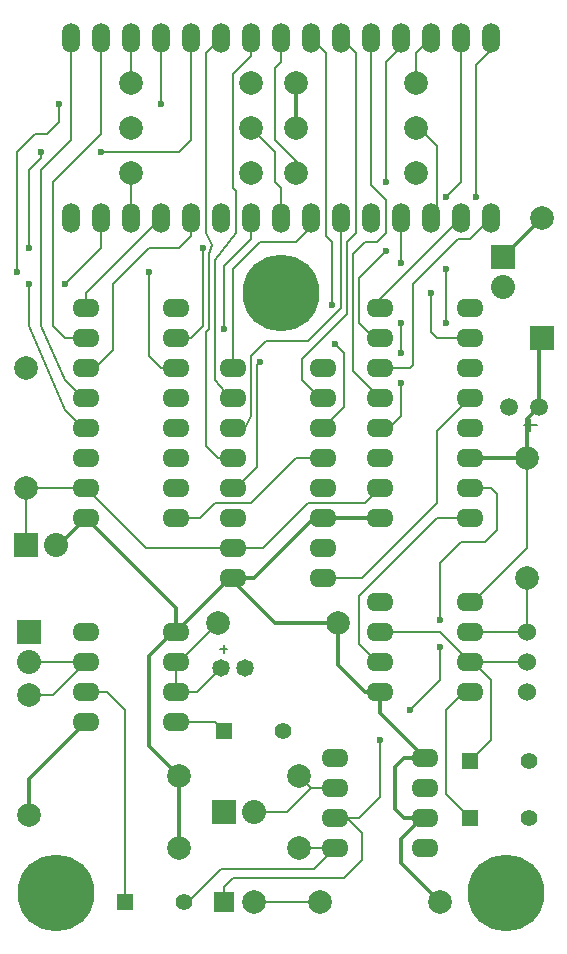
<source format=gtl>
G04 #@! TF.FileFunction,Copper,L1,Top,Signal*
%FSLAX46Y46*%
G04 Gerber Fmt 4.6, Leading zero omitted, Abs format (unit mm)*
G04 Created by KiCad (PCBNEW (2015-04-30 BZR 5634)-product) date Mon 22 Jun 2015 08:21:25 PM CEST*
%MOMM*%
G01*
G04 APERTURE LIST*
%ADD10C,0.100000*%
%ADD11C,0.150000*%
%ADD12O,1.524000X2.524000*%
%ADD13R,2.032000X2.032000*%
%ADD14O,2.032000X2.032000*%
%ADD15C,1.501140*%
%ADD16R,1.400000X1.400000*%
%ADD17C,1.400000*%
%ADD18C,1.480820*%
%ADD19C,1.998980*%
%ADD20R,1.998980X1.998980*%
%ADD21O,2.300000X1.600000*%
%ADD22R,1.699260X1.699260*%
%ADD23C,1.524000*%
%ADD24C,6.500000*%
%ADD25C,0.600000*%
%ADD26C,0.200000*%
%ADD27C,0.300000*%
G04 APERTURE END LIST*
D10*
D11*
X102920800Y-96266000D02*
X101854000Y-96266000D01*
X102362000Y-96774000D02*
X102362000Y-95732600D01*
X76415900Y-115239800D02*
X76415900Y-115539520D01*
X76415900Y-115239800D02*
X76715620Y-115239800D01*
X76116180Y-115239800D02*
X76415900Y-115239800D01*
X76415900Y-115239800D02*
X76415900Y-114940080D01*
D12*
X99060000Y-78740000D03*
X96520000Y-78740000D03*
X93980000Y-78740000D03*
X91440000Y-78740000D03*
X88900000Y-78740000D03*
X88900000Y-63500000D03*
X91440000Y-63500000D03*
X93980000Y-63500000D03*
X96520000Y-63500000D03*
X99060000Y-63500000D03*
X86360000Y-78740000D03*
X83820000Y-78740000D03*
X81280000Y-78740000D03*
X78740000Y-78740000D03*
X76200000Y-78740000D03*
X76200000Y-63500000D03*
X78740000Y-63500000D03*
X81280000Y-63500000D03*
X83820000Y-63500000D03*
X86360000Y-63500000D03*
X73660000Y-78740000D03*
X71120000Y-78740000D03*
X68580000Y-78740000D03*
X66040000Y-78740000D03*
X63500000Y-78740000D03*
X63500000Y-63500000D03*
X66040000Y-63500000D03*
X68580000Y-63500000D03*
X71120000Y-63500000D03*
X73660000Y-63500000D03*
D13*
X100076000Y-82042000D03*
D14*
X100076000Y-84582000D03*
D15*
X100584000Y-94742000D03*
X103124000Y-94742000D03*
D16*
X97282000Y-124714000D03*
D17*
X102282000Y-124714000D03*
D16*
X97282000Y-129540000D03*
D17*
X102282000Y-129540000D03*
D16*
X68072000Y-136652000D03*
D17*
X73072000Y-136652000D03*
D18*
X76215240Y-116840000D03*
X78216760Y-116840000D03*
D16*
X76454000Y-122174000D03*
D17*
X81454000Y-122174000D03*
D19*
X103375460Y-78740000D03*
D20*
X103375460Y-88900000D03*
D21*
X97282000Y-104140000D03*
X97282000Y-101600000D03*
X97282000Y-99060000D03*
X97282000Y-96520000D03*
X97282000Y-93980000D03*
X97282000Y-91440000D03*
X97282000Y-88900000D03*
X97282000Y-86360000D03*
X89662000Y-86360000D03*
X89662000Y-88900000D03*
X89662000Y-91440000D03*
X89662000Y-93980000D03*
X89662000Y-96520000D03*
X89662000Y-99060000D03*
X89662000Y-101600000D03*
X89662000Y-104140000D03*
X84836000Y-109220000D03*
X84836000Y-106680000D03*
X84836000Y-104140000D03*
X84836000Y-101600000D03*
X84836000Y-99060000D03*
X84836000Y-96520000D03*
X84836000Y-93980000D03*
X84836000Y-91440000D03*
X77216000Y-91440000D03*
X77216000Y-93980000D03*
X77216000Y-96520000D03*
X77216000Y-99060000D03*
X77216000Y-101600000D03*
X77216000Y-104140000D03*
X77216000Y-106680000D03*
X77216000Y-109220000D03*
X72390000Y-104140000D03*
X72390000Y-101600000D03*
X72390000Y-99060000D03*
X72390000Y-96520000D03*
X72390000Y-93980000D03*
X72390000Y-91440000D03*
X72390000Y-88900000D03*
X72390000Y-86360000D03*
X64770000Y-86360000D03*
X64770000Y-88900000D03*
X64770000Y-91440000D03*
X64770000Y-93980000D03*
X64770000Y-96520000D03*
X64770000Y-99060000D03*
X64770000Y-101600000D03*
X64770000Y-104140000D03*
X89662000Y-111252000D03*
X89662000Y-113792000D03*
X89662000Y-116332000D03*
X89662000Y-118872000D03*
X97282000Y-118872000D03*
X97282000Y-116332000D03*
X97282000Y-113792000D03*
X97282000Y-111252000D03*
X85852000Y-124460000D03*
X85852000Y-127000000D03*
X85852000Y-129540000D03*
X85852000Y-132080000D03*
X93472000Y-132080000D03*
X93472000Y-129540000D03*
X93472000Y-127000000D03*
X93472000Y-124460000D03*
X64770000Y-113792000D03*
X64770000Y-116332000D03*
X64770000Y-118872000D03*
X64770000Y-121412000D03*
X72390000Y-121412000D03*
X72390000Y-118872000D03*
X72390000Y-116332000D03*
X72390000Y-113792000D03*
D22*
X76452660Y-136652000D03*
D19*
X78992660Y-136652000D03*
X82550000Y-67310000D03*
X92710000Y-67310000D03*
X82550000Y-71120000D03*
X92710000Y-71120000D03*
X92710000Y-74930000D03*
X82550000Y-74930000D03*
X68580000Y-71120000D03*
X78740000Y-71120000D03*
X78740000Y-67310000D03*
X68580000Y-67310000D03*
X78740000Y-74930000D03*
X68580000Y-74930000D03*
X102108000Y-99060000D03*
X102108000Y-109220000D03*
D23*
X102108000Y-116332000D03*
X102108000Y-113792000D03*
X102108000Y-118872000D03*
D19*
X82804000Y-125984000D03*
X72644000Y-125984000D03*
X82804000Y-132080000D03*
X72644000Y-132080000D03*
X86106000Y-113030000D03*
X75946000Y-113030000D03*
X94742000Y-136652000D03*
X84582000Y-136652000D03*
X59944000Y-119126000D03*
X59944000Y-129286000D03*
X59690000Y-91440000D03*
X59690000Y-101600000D03*
D13*
X59690000Y-106426000D03*
D14*
X62230000Y-106426000D03*
D13*
X76454000Y-129032000D03*
D14*
X78994000Y-129032000D03*
D13*
X59944000Y-113792000D03*
D14*
X59944000Y-116332000D03*
D24*
X62230000Y-135890000D03*
X100330000Y-135890000D03*
X81280000Y-85090000D03*
D25*
X91440000Y-82550000D03*
X91440000Y-87630000D03*
X91440000Y-90170000D03*
X91440000Y-92710000D03*
X90170000Y-81534000D03*
X90170000Y-75692000D03*
X95250000Y-76962000D03*
X95250000Y-83058000D03*
X95250000Y-87630000D03*
X97790000Y-76962000D03*
X93980000Y-85090000D03*
X76454000Y-88138000D03*
X79502000Y-90932000D03*
X85852000Y-89408000D03*
X85598000Y-86106000D03*
X59944000Y-84328000D03*
X62992000Y-84328000D03*
X70104000Y-83312000D03*
X71120000Y-69088000D03*
X62484000Y-69088000D03*
X58928000Y-83312000D03*
X66040000Y-73152000D03*
X60960000Y-73152000D03*
X59944000Y-81280000D03*
X74676000Y-81280000D03*
X89662000Y-122936000D03*
X92202000Y-120396000D03*
X94742000Y-115062000D03*
X94742000Y-112776000D03*
D26*
X89662000Y-91440000D02*
X92202000Y-91440000D01*
X97282000Y-80518000D02*
X99060000Y-78740000D01*
X96266000Y-80518000D02*
X97282000Y-80518000D01*
X92456000Y-84328000D02*
X96266000Y-80518000D01*
X92456000Y-91186000D02*
X92456000Y-84328000D01*
X92202000Y-91440000D02*
X92456000Y-91186000D01*
X89662000Y-85598000D02*
X96520000Y-78740000D01*
X89662000Y-86360000D02*
X89662000Y-85598000D01*
X94488000Y-78232000D02*
X93980000Y-78740000D01*
X94488000Y-72644000D02*
X94488000Y-78232000D01*
X92964000Y-71120000D02*
X94488000Y-72644000D01*
X92710000Y-71120000D02*
X92964000Y-71120000D01*
X91440000Y-82550000D02*
X91440000Y-78740000D01*
X91440000Y-90170000D02*
X91440000Y-87630000D01*
X91440000Y-95504000D02*
X91440000Y-92710000D01*
X90424000Y-96520000D02*
X91440000Y-95504000D01*
X89662000Y-96520000D02*
X90424000Y-96520000D01*
X88900000Y-75946000D02*
X90170000Y-77216000D01*
X90170000Y-77216000D02*
X90170000Y-80010000D01*
X90170000Y-80010000D02*
X89408000Y-80772000D01*
X89408000Y-80772000D02*
X88392000Y-80772000D01*
X88392000Y-80772000D02*
X87376000Y-81788000D01*
X87376000Y-81788000D02*
X87376000Y-91694000D01*
X87376000Y-91694000D02*
X89662000Y-93980000D01*
X88900000Y-63500000D02*
X88900000Y-75946000D01*
X89154000Y-88900000D02*
X89662000Y-88900000D01*
X87884000Y-87630000D02*
X89154000Y-88900000D01*
X87884000Y-83820000D02*
X87884000Y-87630000D01*
X90170000Y-81534000D02*
X87884000Y-83820000D01*
X90170000Y-65532000D02*
X90170000Y-75692000D01*
X91440000Y-64262000D02*
X90170000Y-65532000D01*
X91440000Y-63500000D02*
X91440000Y-64262000D01*
X92710000Y-64770000D02*
X93980000Y-63500000D01*
X92710000Y-67310000D02*
X92710000Y-64770000D01*
X96520000Y-75692000D02*
X95250000Y-76962000D01*
X95250000Y-83058000D02*
X95250000Y-87630000D01*
X96520000Y-63500000D02*
X96520000Y-75692000D01*
X97282000Y-88900000D02*
X94488000Y-88900000D01*
X97790000Y-65786000D02*
X99060000Y-64516000D01*
X97790000Y-76962000D02*
X97790000Y-65786000D01*
X93980000Y-88392000D02*
X93980000Y-85090000D01*
X94488000Y-88900000D02*
X93980000Y-88392000D01*
X99060000Y-64516000D02*
X99060000Y-63500000D01*
X86360000Y-86360000D02*
X86360000Y-78740000D01*
X83566000Y-89154000D02*
X86360000Y-86360000D01*
X80010000Y-89154000D02*
X83566000Y-89154000D01*
X78740000Y-90424000D02*
X80010000Y-89154000D01*
X78740000Y-95504000D02*
X78740000Y-90424000D01*
X78232000Y-96520000D02*
X78740000Y-95504000D01*
X77216000Y-96520000D02*
X78232000Y-96520000D01*
X83820000Y-79502000D02*
X83820000Y-78740000D01*
X77216000Y-83058000D02*
X79502000Y-80772000D01*
X79502000Y-80772000D02*
X82550000Y-80772000D01*
X82550000Y-80772000D02*
X83820000Y-79502000D01*
X77216000Y-91440000D02*
X77216000Y-83058000D01*
X80772000Y-75692000D02*
X80772000Y-73152000D01*
X80772000Y-73152000D02*
X78740000Y-71120000D01*
X81280000Y-78740000D02*
X81280000Y-76200000D01*
X81280000Y-76200000D02*
X80772000Y-75692000D01*
X78740000Y-80518000D02*
X78740000Y-78740000D01*
X76454000Y-82804000D02*
X78740000Y-80518000D01*
X76454000Y-88138000D02*
X76454000Y-82804000D01*
X79248000Y-91186000D02*
X79502000Y-90932000D01*
X79248000Y-99822000D02*
X79248000Y-91186000D01*
X77470000Y-101600000D02*
X79248000Y-99822000D01*
X77216000Y-101600000D02*
X77470000Y-101600000D01*
X75946000Y-99060000D02*
X74930000Y-98044000D01*
X74930000Y-98044000D02*
X74930000Y-88392000D01*
X74930000Y-88392000D02*
X75184000Y-88138000D01*
X75184000Y-88138000D02*
X75184000Y-81788000D01*
X75184000Y-81788000D02*
X75438000Y-81026000D01*
X75438000Y-81026000D02*
X74930000Y-80010000D01*
X74930000Y-80010000D02*
X74930000Y-64770000D01*
X74930000Y-64770000D02*
X76200000Y-63500000D01*
X77216000Y-99060000D02*
X75946000Y-99060000D01*
X78740000Y-65024000D02*
X78740000Y-63500000D01*
X77216000Y-66548000D02*
X78740000Y-65024000D01*
X77216000Y-70104000D02*
X77216000Y-66548000D01*
X77216000Y-76200000D02*
X77216000Y-70104000D01*
X77470000Y-76454000D02*
X77216000Y-76200000D01*
X77470000Y-80010000D02*
X77470000Y-76454000D01*
X75692000Y-82296000D02*
X77470000Y-80010000D01*
X75692000Y-88138000D02*
X75692000Y-82296000D01*
X75692000Y-90170000D02*
X75692000Y-88138000D01*
X75692000Y-92456000D02*
X75692000Y-90170000D01*
X76962000Y-93980000D02*
X75692000Y-92456000D01*
X77216000Y-93980000D02*
X76962000Y-93980000D01*
X81280000Y-65532000D02*
X80772000Y-66040000D01*
X81280000Y-63500000D02*
X81280000Y-65532000D01*
X80772000Y-66040000D02*
X80772000Y-72136000D01*
X80772000Y-72136000D02*
X82550000Y-73914000D01*
X82550000Y-73914000D02*
X82550000Y-74930000D01*
X86614000Y-94742000D02*
X86614000Y-90170000D01*
X86614000Y-90170000D02*
X85852000Y-89408000D01*
X85598000Y-86106000D02*
X85598000Y-80772000D01*
X85598000Y-80772000D02*
X85090000Y-80264000D01*
X85090000Y-80264000D02*
X85090000Y-64770000D01*
X85090000Y-64770000D02*
X83820000Y-63500000D01*
X84836000Y-96520000D02*
X86614000Y-94742000D01*
X87630000Y-64770000D02*
X86360000Y-63500000D01*
X87630000Y-80010000D02*
X87630000Y-64770000D01*
X86868000Y-80772000D02*
X87630000Y-80010000D01*
X86868000Y-86868000D02*
X86868000Y-80772000D01*
X83058000Y-90678000D02*
X86868000Y-86868000D01*
X83058000Y-92456000D02*
X83058000Y-90678000D01*
X84582000Y-93980000D02*
X83058000Y-92456000D01*
X84836000Y-93980000D02*
X84582000Y-93980000D01*
X67056000Y-84328000D02*
X70104000Y-81280000D01*
X70104000Y-81280000D02*
X72644000Y-81280000D01*
X72644000Y-81280000D02*
X73660000Y-80264000D01*
X64770000Y-91440000D02*
X65532000Y-91440000D01*
X65532000Y-91440000D02*
X67056000Y-89916000D01*
X67056000Y-89916000D02*
X67056000Y-84328000D01*
X73660000Y-80264000D02*
X73660000Y-78740000D01*
X64770000Y-85090000D02*
X71120000Y-78740000D01*
X64770000Y-86360000D02*
X64770000Y-85090000D01*
X68580000Y-78740000D02*
X68580000Y-74930000D01*
X64770000Y-96520000D02*
X64516000Y-96520000D01*
X62992000Y-94996000D02*
X59944000Y-87884000D01*
X64516000Y-96520000D02*
X62992000Y-94996000D01*
X59944000Y-87884000D02*
X59944000Y-84328000D01*
X62992000Y-84328000D02*
X66040000Y-81280000D01*
X66040000Y-81280000D02*
X66040000Y-78740000D01*
X63500000Y-72136000D02*
X63500000Y-63500000D01*
X60960000Y-74676000D02*
X63500000Y-72136000D01*
X60960000Y-87884000D02*
X60960000Y-74676000D01*
X62992000Y-92456000D02*
X60960000Y-87884000D01*
X64516000Y-93980000D02*
X62992000Y-92456000D01*
X64770000Y-93980000D02*
X64516000Y-93980000D01*
X62992000Y-88900000D02*
X61976000Y-87884000D01*
X61976000Y-87884000D02*
X61976000Y-75692000D01*
X61976000Y-75692000D02*
X66040000Y-71628000D01*
X66040000Y-71628000D02*
X66040000Y-63500000D01*
X64770000Y-88900000D02*
X62992000Y-88900000D01*
X68580000Y-67310000D02*
X68580000Y-63500000D01*
X70104000Y-90424000D02*
X70104000Y-83312000D01*
X71120000Y-69088000D02*
X71120000Y-63500000D01*
X62484000Y-70612000D02*
X62484000Y-69088000D01*
X61468000Y-71628000D02*
X62484000Y-70612000D01*
X60452000Y-71628000D02*
X61468000Y-71628000D01*
X58928000Y-73152000D02*
X60452000Y-71628000D01*
X58928000Y-83312000D02*
X58928000Y-73152000D01*
X71120000Y-91440000D02*
X70104000Y-90424000D01*
X72390000Y-91440000D02*
X71120000Y-91440000D01*
X73660000Y-72136000D02*
X73660000Y-63500000D01*
X72644000Y-73152000D02*
X73660000Y-72136000D01*
X66040000Y-73152000D02*
X72644000Y-73152000D01*
X60960000Y-73660000D02*
X60960000Y-73152000D01*
X59944000Y-74676000D02*
X60960000Y-73660000D01*
X59944000Y-81280000D02*
X59944000Y-74676000D01*
X74676000Y-87884000D02*
X74676000Y-81280000D01*
X73660000Y-88900000D02*
X74676000Y-87884000D01*
X72390000Y-88900000D02*
X73660000Y-88900000D01*
D27*
X100076000Y-82039460D02*
X103375460Y-78740000D01*
X100076000Y-82042000D02*
X100076000Y-82039460D01*
X82550000Y-67310000D02*
X82550000Y-71120000D01*
D26*
X97282000Y-111252000D02*
X97536000Y-111252000D01*
X97536000Y-111252000D02*
X102108000Y-106680000D01*
X102108000Y-106680000D02*
X102108000Y-99060000D01*
D27*
X102108000Y-99060000D02*
X97282000Y-99060000D01*
X89662000Y-104140000D02*
X84836000Y-104140000D01*
X78994000Y-109220000D02*
X77216000Y-109220000D01*
X84074000Y-104140000D02*
X78994000Y-109220000D01*
X84836000Y-104140000D02*
X84074000Y-104140000D01*
X76962000Y-109220000D02*
X72390000Y-113792000D01*
X77216000Y-109220000D02*
X76962000Y-109220000D01*
X72390000Y-111760000D02*
X64770000Y-104140000D01*
X72390000Y-113792000D02*
X72390000Y-111760000D01*
X62484000Y-106426000D02*
X64770000Y-104140000D01*
X62230000Y-106426000D02*
X62484000Y-106426000D01*
X59944000Y-126238000D02*
X64770000Y-121412000D01*
X59944000Y-129286000D02*
X59944000Y-126238000D01*
X72644000Y-125984000D02*
X72644000Y-132080000D01*
X80772000Y-113030000D02*
X86106000Y-113030000D01*
X77216000Y-109474000D02*
X80772000Y-113030000D01*
X77216000Y-109220000D02*
X77216000Y-109474000D01*
X88392000Y-118872000D02*
X86106000Y-116586000D01*
X86106000Y-116586000D02*
X86106000Y-113030000D01*
X89662000Y-118872000D02*
X88392000Y-118872000D01*
X89662000Y-120650000D02*
X93472000Y-124460000D01*
X89662000Y-118872000D02*
X89662000Y-120650000D01*
X91694000Y-124460000D02*
X90932000Y-125222000D01*
X90932000Y-125222000D02*
X90932000Y-128778000D01*
X90932000Y-128778000D02*
X91694000Y-129540000D01*
X91694000Y-129540000D02*
X93472000Y-129540000D01*
X93472000Y-124460000D02*
X91694000Y-124460000D01*
X91440000Y-131318000D02*
X91440000Y-133350000D01*
X91440000Y-133350000D02*
X94742000Y-136652000D01*
X93218000Y-129540000D02*
X91440000Y-131318000D01*
X93472000Y-129540000D02*
X93218000Y-129540000D01*
X70104000Y-115824000D02*
X70104000Y-123444000D01*
X70104000Y-123444000D02*
X72644000Y-125984000D01*
X72136000Y-113792000D02*
X70104000Y-115824000D01*
X72390000Y-113792000D02*
X72136000Y-113792000D01*
X102108000Y-95758000D02*
X103124000Y-94742000D01*
X102108000Y-99060000D02*
X102108000Y-95758000D01*
X103124000Y-89151460D02*
X103375460Y-88900000D01*
X103124000Y-94742000D02*
X103124000Y-89151460D01*
D26*
X97282000Y-116332000D02*
X102108000Y-116332000D01*
X97282000Y-116332000D02*
X97536000Y-116332000D01*
X97536000Y-116332000D02*
X99060000Y-117856000D01*
X99060000Y-122936000D02*
X97282000Y-124714000D01*
X99060000Y-117856000D02*
X99060000Y-122936000D01*
X89662000Y-113792000D02*
X94742000Y-113792000D01*
X94742000Y-113792000D02*
X97282000Y-116332000D01*
X97282000Y-118872000D02*
X96774000Y-118872000D01*
X96774000Y-118872000D02*
X95250000Y-120396000D01*
X95250000Y-120396000D02*
X95250000Y-127508000D01*
X95250000Y-127508000D02*
X97282000Y-129540000D01*
X64770000Y-118872000D02*
X66548000Y-118872000D01*
X68072000Y-120396000D02*
X68072000Y-136652000D01*
X66548000Y-118872000D02*
X68072000Y-120396000D01*
X73072000Y-136652000D02*
X73406000Y-136652000D01*
X73406000Y-136652000D02*
X76200000Y-133858000D01*
X76200000Y-133858000D02*
X84074000Y-133858000D01*
X84074000Y-133858000D02*
X85852000Y-132080000D01*
X82804000Y-132080000D02*
X85852000Y-132080000D01*
X72390000Y-116332000D02*
X72644000Y-116332000D01*
X72644000Y-116332000D02*
X75946000Y-113030000D01*
X72390000Y-118872000D02*
X74183240Y-118872000D01*
X74183240Y-118872000D02*
X76215240Y-116840000D01*
X72390000Y-118872000D02*
X72390000Y-116332000D01*
X72390000Y-121412000D02*
X75692000Y-121412000D01*
X75692000Y-121412000D02*
X76454000Y-122174000D01*
X89662000Y-116332000D02*
X89408000Y-116332000D01*
X89408000Y-116332000D02*
X87884000Y-114808000D01*
X87884000Y-114808000D02*
X87884000Y-110744000D01*
X87884000Y-110744000D02*
X94488000Y-104140000D01*
X94488000Y-104140000D02*
X97282000Y-104140000D01*
X76452660Y-136652000D02*
X76452660Y-135383340D01*
X88138000Y-130810000D02*
X86868000Y-129540000D01*
X88138000Y-133096000D02*
X88138000Y-130810000D01*
X86614000Y-134620000D02*
X88138000Y-133096000D01*
X77216000Y-134620000D02*
X86614000Y-134620000D01*
X76452660Y-135383340D02*
X77216000Y-134620000D01*
X86868000Y-129540000D02*
X85852000Y-129540000D01*
X87884000Y-129540000D02*
X89662000Y-127762000D01*
X89662000Y-127762000D02*
X89662000Y-122936000D01*
X92202000Y-120396000D02*
X94742000Y-117856000D01*
X94742000Y-117856000D02*
X94742000Y-115062000D01*
X94742000Y-112776000D02*
X94742000Y-107950000D01*
X94742000Y-107950000D02*
X96520000Y-106172000D01*
X96520000Y-106172000D02*
X98552000Y-106172000D01*
X98552000Y-106172000D02*
X99568000Y-105156000D01*
X99568000Y-105156000D02*
X99568000Y-102108000D01*
X99568000Y-102108000D02*
X99060000Y-101600000D01*
X99060000Y-101600000D02*
X97282000Y-101600000D01*
X85852000Y-129540000D02*
X87884000Y-129540000D01*
X88138000Y-109220000D02*
X94488000Y-102870000D01*
X94488000Y-102870000D02*
X94488000Y-96774000D01*
X94488000Y-96774000D02*
X97282000Y-93980000D01*
X84836000Y-109220000D02*
X88138000Y-109220000D01*
X69850000Y-106680000D02*
X64770000Y-101600000D01*
X77216000Y-106680000D02*
X69850000Y-106680000D01*
X79756000Y-106680000D02*
X83566000Y-102870000D01*
X83566000Y-102870000D02*
X88392000Y-102870000D01*
X88392000Y-102870000D02*
X89662000Y-101600000D01*
X77216000Y-106680000D02*
X79756000Y-106680000D01*
X59690000Y-101600000D02*
X64770000Y-101600000D01*
X59690000Y-101600000D02*
X59690000Y-106426000D01*
X74422000Y-104140000D02*
X75692000Y-102870000D01*
X75692000Y-102870000D02*
X78740000Y-102870000D01*
X78740000Y-102870000D02*
X82550000Y-99060000D01*
X82550000Y-99060000D02*
X84836000Y-99060000D01*
X72390000Y-104140000D02*
X74422000Y-104140000D01*
X102108000Y-113792000D02*
X102108000Y-109220000D01*
X97282000Y-113792000D02*
X102108000Y-113792000D01*
X78994000Y-129032000D02*
X81788000Y-129032000D01*
X81788000Y-129032000D02*
X83820000Y-127000000D01*
X83820000Y-127000000D02*
X85852000Y-127000000D01*
X85852000Y-127000000D02*
X83820000Y-127000000D01*
X83820000Y-127000000D02*
X82804000Y-125984000D01*
X59944000Y-119126000D02*
X61976000Y-119126000D01*
X61976000Y-119126000D02*
X64770000Y-116332000D01*
X64770000Y-116332000D02*
X59944000Y-116332000D01*
X78992660Y-136652000D02*
X84582000Y-136652000D01*
M02*

</source>
